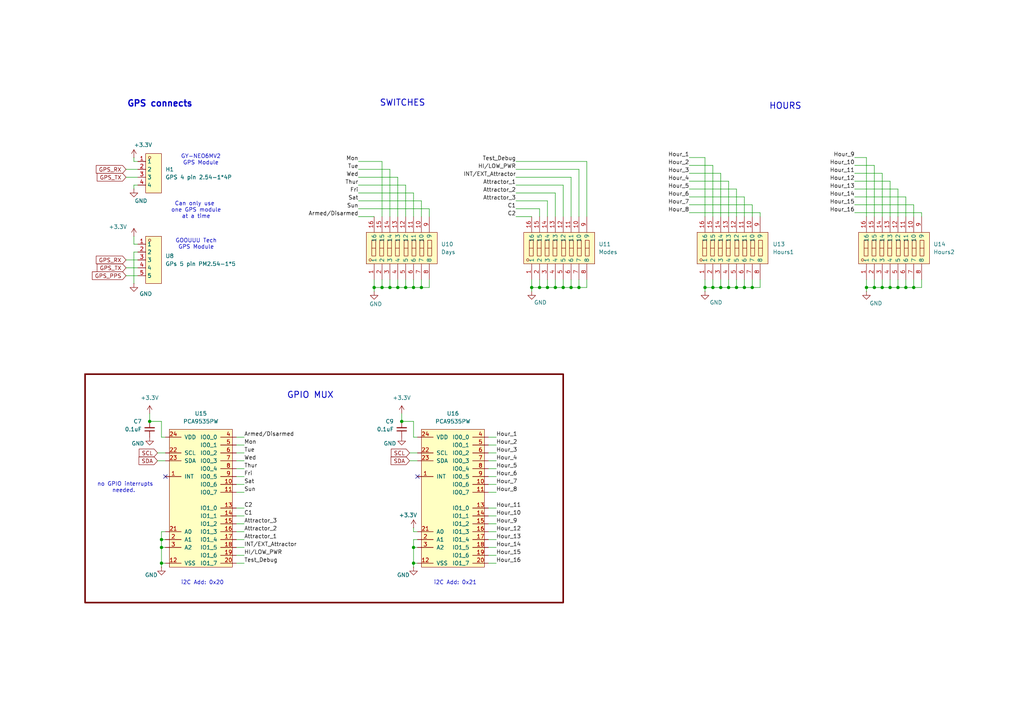
<source format=kicad_sch>
(kicad_sch (version 20250114) (generator "eeschema") (generator_version "9.0")
  (paper "User" 330.2 228.6)
  (title_block (title "MothBox") (date "2025-07-12") (rev "5.0.1") (company "Digital Naturalism Laboritories"))
  (lib_symbols
    (symbol "MothBox_Symbol_Library:+3.3V" (power) (pin_numbers (hide yes)) (pin_names (offset 0) (hide yes))
      (property "Value" "+3.3V" (at 0 3.556 0))
      (symbol "+3.3V_0_1"
        (polyline (pts (xy -0.762 1.27) (xy 0 2.54)))
        (polyline (pts (xy 0 2.54) (xy 0.762 1.27)))
        (polyline (pts (xy 0 0) (xy 0 2.54)))
      )
      (symbol "+3.3V_1_1"
        (pin power_in line (at 0 0 90) (length 0) (name "~") (number "1"))
      )
    )
    (symbol "MothBox_Symbol_Library:2.54-1*4P母"
      (property "Reference" "H" (at 0 8.89 0))
      (property "Value" "2.54-1*4P母" (at 0 -8.89 0))
      (symbol "2.54-1*4P母_0_1"
        (rectangle (start -2.54 6.35) (end 2.54 -6.35) (fill (type background)))
        (circle (center -1.27 5.08) (radius 0.38))
        (pin unspecified line (at -5.08 3.81 0) (length 2.54) (name "1") (number "1"))
        (pin unspecified line (at -5.08 1.27 0) (length 2.54) (name "2") (number "2"))
        (pin unspecified line (at -5.08 -1.27 0) (length 2.54) (name "3") (number "3"))
        (pin unspecified line (at -5.08 -3.81 0) (length 2.54) (name "4") (number "4"))
      )
    )
    (symbol "MothBox_Symbol_Library:C_Small" (pin_numbers (hide yes)) (pin_names (offset 0.254) (hide yes))
      (property "Reference" "C" (at 0.254 1.778 0))
      (property "Value" "C_Small" (at 0.254 -2.032 0))
      (symbol "C_Small_0_1"
        (polyline (pts (xy -1.524 0.508) (xy 1.524 0.508)) (stroke (width 0.3048)))
        (polyline (pts (xy -1.524 -0.508) (xy 1.524 -0.508)) (stroke (width 0.3302)))
      )
      (symbol "C_Small_1_1"
        (pin passive line (at 0 2.54 270) (length 2.032) (name "~") (number "1"))
        (pin passive line (at 0 -2.54 90) (length 2.032) (name "~") (number "2"))
      )
    )
    (symbol "MothBox_Symbol_Library:GND" (power) (pin_numbers (hide yes)) (pin_names (offset 0) (hide yes))
      (property "Value" "GND" (at 0 -3.81 0))
      (symbol "GND_0_1"
        (polyline (pts (xy 0 0) (xy 0 -1.27) (xy 1.27 -1.27) (xy 0 -2.54) (xy -1.27 -1.27) (xy 0 -1.27)))
      )
      (symbol "GND_1_1"
        (pin power_in line (at 0 0 270) (length 0) (name "~") (number "1"))
      )
    )
    (symbol "MothBox_Symbol_Library:PCA9535PW" (pin_names (offset 1.016))
      (property "Reference" "U" (at 0 -43.18 0))
      (property "Value" "PCA9535PW" (at 0 5.08 0))
      (symbol "PCA9535PW_0_1"
        (rectangle (start 10.16 2.54) (end -10.16 -41.91) (fill (type background)))
      )
      (symbol "PCA9535PW_1_1"
        (pin input line (at -11.43 0 0) (length 5.08) (name "VDD") (number "24"))
        (pin input line (at -11.43 -5.08 0) (length 5.08) (name "SCL") (number "22"))
        (pin input line (at -11.43 -7.62 0) (length 5.08) (name "SDA") (number "23"))
        (pin input line (at -11.43 -12.7 0) (length 5.08) (name "INT") (number "1"))
        (pin input line (at -11.43 -30.48 0) (length 5.08) (name "A0") (number "21"))
        (pin input line (at -11.43 -33.02 0) (length 5.08) (name "A1") (number "2"))
        (pin input line (at -11.43 -35.56 0) (length 5.08) (name "A2") (number "3"))
        (pin input line (at -11.43 -40.64 0) (length 5.08) (name "VSS") (number "12"))
        (pin input line (at 11.43 0 180) (length 5.08) (name "IO0_0") (number "4"))
        (pin input line (at 11.43 -2.54 180) (length 5.08) (name "IO0_1") (number "5"))
        (pin input line (at 11.43 -5.08 180) (length 5.08) (name "IO0_2") (number "6"))
        (pin input line (at 11.43 -7.62 180) (length 5.08) (name "IO0_3") (number "7"))
        (pin input line (at 11.43 -10.16 180) (length 5.08) (name "IO0_4") (number "8"))
        (pin input line (at 11.43 -12.7 180) (length 5.08) (name "IO0_5") (number "9"))
        (pin input line (at 11.43 -15.24 180) (length 5.08) (name "IO0_6") (number "10"))
        (pin input line (at 11.43 -17.78 180) (length 5.08) (name "IO0_7") (number "11"))
        (pin input line (at 11.43 -22.86 180) (length 5.08) (name "IO1_0") (number "13"))
        (pin input line (at 11.43 -25.4 180) (length 5.08) (name "IO1_1") (number "14"))
        (pin input line (at 11.43 -27.94 180) (length 5.08) (name "IO1_2") (number "15"))
        (pin input line (at 11.43 -30.48 180) (length 5.08) (name "IO1_3") (number "16"))
        (pin input line (at 11.43 -33.02 180) (length 5.08) (name "IO1_4") (number "17"))
        (pin input line (at 11.43 -35.56 180) (length 5.08) (name "IO1_5") (number "18"))
        (pin input line (at 11.43 -38.1 180) (length 5.08) (name "IO1_6") (number "19"))
        (pin input line (at 11.43 -40.64 180) (length 5.08) (name "IO1_7") (number "20"))
      )
    )
    (symbol "MothBox_Symbol_Library:PM2.54-1*5"
      (property "Reference" "U" (at 0 10.16 0))
      (property "Value" "PM2.54-1*5" (at 0 -10.16 0))
      (symbol "PM2.54-1*5_0_1"
        (rectangle (start -2.54 7.62) (end 2.54 -7.62) (fill (type background)))
        (circle (center -1.27 6.35) (radius 0.38))
        (pin unspecified line (at -5.08 5.08 0) (length 2.54) (name "1") (number "1"))
        (pin unspecified line (at -5.08 2.54 0) (length 2.54) (name "2") (number "2"))
        (pin unspecified line (at -5.08 0 0) (length 2.54) (name "3") (number "3"))
        (pin unspecified line (at -5.08 -2.54 0) (length 2.54) (name "4") (number "4"))
        (pin unspecified line (at -5.08 -5.08 0) (length 2.54) (name "5") (number "5"))
      )
    )
    (symbol "MothBox_Symbol_Library:SMXS-08K-TP"
      (property "Reference" "SW" (at 0 15.24 0))
      (property "Value" "SMXS-08K-TP" (at 0 -15.24 0))
      (symbol "SMXS-08K-TP_0_1"
        (rectangle (start -12.7 5.08) (end 10.16 -5.08) (fill (type background)))
        (circle (center -11.43 -3.81) (radius 0.38))
        (rectangle (start -10.92 2.54) (end -9.65 -2.54) (fill (type background)))
        (polyline (pts (xy -10.92 0) (xy -9.65 0)))
        (rectangle (start -8.38 2.54) (end -7.11 -2.54) (fill (type background)))
        (polyline (pts (xy -8.38 0) (xy -7.11 0)))
        (rectangle (start -5.84 2.54) (end -4.57 -2.54) (fill (type background)))
        (polyline (pts (xy -5.84 0) (xy -4.57 0)))
        (rectangle (start -3.3 2.54) (end -2.03 -2.54) (fill (type background)))
        (polyline (pts (xy -3.3 0) (xy -2.03 0)))
        (rectangle (start -0.51 2.54) (end 0.76 -2.54) (fill (type background)))
        (polyline (pts (xy -0.51 0) (xy 0.76 0)))
        (rectangle (start 2.03 2.54) (end 3.3 -2.54) (fill (type background)))
        (polyline (pts (xy 2.03 0) (xy 3.3 0)))
        (rectangle (start 4.57 2.54) (end 5.84 -2.54) (fill (type background)))
        (polyline (pts (xy 4.57 0) (xy 5.84 0)))
        (rectangle (start 7.11 2.54) (end 8.38 -2.54) (fill (type background)))
        (polyline (pts (xy 7.11 0) (xy 8.38 0)))
        (pin unspecified line (at -10.16 10.16 270) (length 5.08) (name "16") (number "16"))
        (pin unspecified line (at -10.16 -10.16 90) (length 5.08) (name "1") (number "1"))
        (pin unspecified line (at -7.62 10.16 270) (length 5.08) (name "15") (number "15"))
        (pin unspecified line (at -7.62 -10.16 90) (length 5.08) (name "2") (number "2"))
        (pin unspecified line (at -5.08 10.16 270) (length 5.08) (name "14") (number "14"))
        (pin unspecified line (at -5.08 -10.16 90) (length 5.08) (name "3") (number "3"))
        (pin unspecified line (at -2.54 10.16 270) (length 5.08) (name "13") (number "13"))
        (pin unspecified line (at -2.54 -10.16 90) (length 5.08) (name "4") (number "4"))
        (pin unspecified line (at 0 10.16 270) (length 5.08) (name "12") (number "12"))
        (pin unspecified line (at 0 -10.16 90) (length 5.08) (name "5") (number "5"))
        (pin unspecified line (at 2.54 10.16 270) (length 5.08) (name "11") (number "11"))
        (pin unspecified line (at 2.54 -10.16 90) (length 5.08) (name "6") (number "6"))
        (pin unspecified line (at 5.08 10.16 270) (length 5.08) (name "10") (number "10"))
        (pin unspecified line (at 5.08 -10.16 90) (length 5.08) (name "7") (number "7"))
        (pin unspecified line (at 7.62 10.16 270) (length 5.08) (name "9") (number "9"))
        (pin unspecified line (at 7.62 -10.16 90) (length 5.08) (name "8") (number "8"))
      )
    )
  )
  (rectangle (start 27.432 120.65) (end 181.61 194.31) (stroke (width 0.508) (color 110 0 0 1)))
  (text "Can only use \none GPS module\nat a time" (at 63.246 67.818 0) (effects (font (size 1.27 1.27))))
  (text "no GPIO interrupts\nneeded. " (at 40.386 157.226 0) (effects (font (size 1.27 1.27))))
  (text "GY-NEO6MV2\nGPS Module" (at 64.77 51.562 0) (effects (font (size 1.27 1.27))))
  (text "GPS connects" (at 51.562 33.528 0) (effects (font (size 2 2) (thickness 0.4) (bold yes))))
  (text "HOURS" (at 253.238 34.29 0) (effects (font (size 2 2) (thickness 0.254) (bold yes))))
  (text "GOOUUU Tech\nGPS Module" (at 63.246 78.74 0) (effects (font (size 1.27 1.27))))
  (text "i2C Add: 0x20" (at 65.278 187.96 0) (effects (font (size 1.27 1.27))))
  (text "i2C Add: 0x21" (at 146.812 187.96 0) (effects (font (size 1.27 1.27))))
  (text "GPIO MUX\n" (at 100.076 127.508 0) (effects (font (size 2 2) (thickness 0.254) (bold yes))))
  (text "SWITCHES" (at 129.794 33.274 0) (effects (font (size 2 2) (thickness 0.254) (bold yes))))
  (junction (at 292.1 92.71))
  (junction (at 229.87 92.71))
  (junction (at 287.02 92.71))
  (junction (at 227.33 92.71))
  (junction (at 133.35 176.53))
  (junction (at 281.94 92.71))
  (junction (at 284.48 92.71))
  (junction (at 279.4 92.71))
  (junction (at 135.89 92.71))
  (junction (at 232.41 92.71))
  (junction (at 125.73 92.71))
  (junction (at 234.95 92.71))
  (junction (at 289.56 92.71))
  (junction (at 181.61 92.71))
  (junction (at 52.07 181.61))
  (junction (at 52.07 173.99))
  (junction (at 52.07 176.53))
  (junction (at 179.07 92.71))
  (junction (at 129.54 135.89))
  (junction (at 294.64 92.71))
  (junction (at 130.81 92.71))
  (junction (at 237.49 92.71))
  (junction (at 123.19 92.71))
  (junction (at 186.69 92.71))
  (junction (at 133.35 92.71))
  (junction (at 184.15 92.71))
  (junction (at 176.53 92.71))
  (junction (at 48.26 135.89))
  (junction (at 240.03 92.71))
  (junction (at 173.99 92.71))
  (junction (at 120.65 92.71))
  (junction (at 171.45 92.71))
  (junction (at 133.35 181.61))
  (junction (at 128.27 92.71))
  (junction (at 242.57 92.71))
  (no_connect (at 134.62 153.67))
  (no_connect (at 53.34 153.67))
  (wire (pts (xy 135.89 92.71) (xy 138.43 92.71)))
  (wire (pts (xy 160.02 166.37) (xy 157.48 166.37)))
  (wire (pts (xy 52.07 171.45) (xy 52.07 173.99)))
  (wire (pts (xy 128.27 90.17) (xy 128.27 92.71)))
  (wire (pts (xy 52.07 173.99) (xy 52.07 176.53)))
  (wire (pts (xy 275.59 63.5) (xy 292.1 63.5)))
  (wire (pts (xy 292.1 90.17) (xy 292.1 92.71)))
  (wire (pts (xy 166.37 67.31) (xy 173.99 67.31)))
  (wire (pts (xy 78.74 143.51) (xy 76.2 143.51)))
  (wire (pts (xy 186.69 90.17) (xy 186.69 92.71)))
  (wire (pts (xy 181.61 59.69) (xy 181.61 69.85)))
  (wire (pts (xy 133.35 173.99) (xy 133.35 176.53)))
  (wire (pts (xy 50.8 146.05) (xy 53.34 146.05)))
  (wire (pts (xy 284.48 90.17) (xy 284.48 92.71)))
  (wire (pts (xy 78.74 151.13) (xy 76.2 151.13)))
  (wire (pts (xy 53.34 171.45) (xy 52.07 171.45)))
  (wire (pts (xy 234.95 92.71) (xy 237.49 92.71)))
  (wire (pts (xy 52.07 181.61) (xy 52.07 182.88)))
  (wire (pts (xy 166.37 59.69) (xy 181.61 59.69)))
  (wire (pts (xy 189.23 90.17) (xy 189.23 92.71)))
  (wire (pts (xy 222.25 66.04) (xy 242.57 66.04)))
  (wire (pts (xy 115.57 67.31) (xy 138.43 67.31)))
  (wire (pts (xy 237.49 92.71) (xy 240.03 92.71)))
  (wire (pts (xy 229.87 53.34) (xy 229.87 69.85)))
  (wire (pts (xy 129.54 135.89) (xy 133.35 135.89)))
  (wire (pts (xy 160.02 176.53) (xy 157.48 176.53)))
  (wire (pts (xy 284.48 55.88) (xy 284.48 69.85)))
  (wire (pts (xy 115.57 54.61) (xy 125.73 54.61)))
  (wire (pts (xy 166.37 69.85) (xy 171.45 69.85)))
  (wire (pts (xy 186.69 54.61) (xy 186.69 69.85)))
  (wire (pts (xy 78.74 158.75) (xy 76.2 158.75)))
  (wire (pts (xy 120.65 92.71) (xy 120.65 93.98)))
  (wire (pts (xy 132.08 148.59) (xy 134.62 148.59)))
  (wire (pts (xy 160.02 168.91) (xy 157.48 168.91)))
  (wire (pts (xy 52.07 135.89) (xy 52.07 140.97)))
  (wire (pts (xy 184.15 57.15) (xy 184.15 69.85)))
  (wire (pts (xy 227.33 92.71) (xy 229.87 92.71)))
  (wire (pts (xy 294.64 90.17) (xy 294.64 92.71)))
  (wire (pts (xy 186.69 92.71) (xy 189.23 92.71)))
  (wire (pts (xy 289.56 60.96) (xy 289.56 69.85)))
  (wire (pts (xy 232.41 55.88) (xy 232.41 69.85)))
  (wire (pts (xy 184.15 92.71) (xy 186.69 92.71)))
  (wire (pts (xy 48.26 133.35) (xy 48.26 135.89)))
  (wire (pts (xy 130.81 92.71) (xy 133.35 92.71)))
  (wire (pts (xy 227.33 90.17) (xy 227.33 92.71)))
  (wire (pts (xy 227.33 50.8) (xy 227.33 69.85)))
  (wire (pts (xy 40.64 57.15) (xy 44.45 57.15)))
  (wire (pts (xy 134.62 140.97) (xy 133.35 140.97)))
  (wire (pts (xy 133.35 173.99) (xy 134.62 173.99)))
  (wire (pts (xy 171.45 92.71) (xy 173.99 92.71)))
  (wire (pts (xy 135.89 90.17) (xy 135.89 92.71)))
  (wire (pts (xy 138.43 69.85) (xy 138.43 67.31)))
  (wire (pts (xy 52.07 176.53) (xy 53.34 176.53)))
  (wire (pts (xy 237.49 60.96) (xy 237.49 69.85)))
  (wire (pts (xy 133.35 176.53) (xy 133.35 181.61)))
  (wire (pts (xy 52.07 176.53) (xy 52.07 181.61)))
  (wire (pts (xy 275.59 58.42) (xy 287.02 58.42)))
  (wire (pts (xy 40.64 54.61) (xy 44.45 54.61)))
  (wire (pts (xy 134.62 181.61) (xy 133.35 181.61)))
  (wire (pts (xy 133.35 135.89) (xy 133.35 140.97)))
  (wire (pts (xy 287.02 58.42) (xy 287.02 69.85)))
  (wire (pts (xy 160.02 173.99) (xy 157.48 173.99)))
  (wire (pts (xy 130.81 59.69) (xy 130.81 69.85)))
  (wire (pts (xy 43.18 81.28) (xy 43.18 91.44)))
  (wire (pts (xy 275.59 68.58) (xy 297.18 68.58)))
  (wire (pts (xy 160.02 179.07) (xy 157.48 179.07)))
  (wire (pts (xy 115.57 57.15) (xy 128.27 57.15)))
  (wire (pts (xy 292.1 92.71) (xy 294.64 92.71)))
  (wire (pts (xy 43.18 59.69) (xy 44.45 59.69)))
  (wire (pts (xy 160.02 151.13) (xy 157.48 151.13)))
  (wire (pts (xy 160.02 163.83) (xy 157.48 163.83)))
  (wire (pts (xy 181.61 92.71) (xy 184.15 92.71)))
  (wire (pts (xy 237.49 90.17) (xy 237.49 92.71)))
  (wire (pts (xy 78.74 179.07) (xy 76.2 179.07)))
  (wire (pts (xy 135.89 64.77) (xy 135.89 69.85)))
  (wire (pts (xy 173.99 92.71) (xy 176.53 92.71)))
  (wire (pts (xy 287.02 90.17) (xy 287.02 92.71)))
  (wire (pts (xy 297.18 68.58) (xy 297.18 69.85)))
  (wire (pts (xy 128.27 57.15) (xy 128.27 69.85)))
  (wire (pts (xy 160.02 146.05) (xy 157.48 146.05)))
  (wire (pts (xy 176.53 90.17) (xy 176.53 92.71)))
  (wire (pts (xy 78.74 181.61) (xy 76.2 181.61)))
  (wire (pts (xy 222.25 50.8) (xy 227.33 50.8)))
  (wire (pts (xy 281.94 53.34) (xy 281.94 69.85)))
  (wire (pts (xy 275.59 66.04) (xy 294.64 66.04)))
  (wire (pts (xy 78.74 168.91) (xy 76.2 168.91)))
  (wire (pts (xy 43.18 52.07) (xy 44.45 52.07)))
  (wire (pts (xy 115.57 69.85) (xy 120.65 69.85)))
  (wire (pts (xy 43.18 50.8) (xy 43.18 52.07)))
  (wire (pts (xy 166.37 52.07) (xy 189.23 52.07)))
  (wire (pts (xy 160.02 143.51) (xy 157.48 143.51)))
  (wire (pts (xy 43.18 81.28) (xy 44.45 81.28)))
  (wire (pts (xy 166.37 54.61) (xy 186.69 54.61)))
  (wire (pts (xy 123.19 90.17) (xy 123.19 92.71)))
  (wire (pts (xy 120.65 90.17) (xy 120.65 92.71)))
  (wire (pts (xy 78.74 148.59) (xy 76.2 148.59)))
  (wire (pts (xy 125.73 92.71) (xy 128.27 92.71)))
  (wire (pts (xy 40.64 88.9) (xy 44.45 88.9)))
  (wire (pts (xy 245.11 90.17) (xy 245.11 92.71)))
  (wire (pts (xy 166.37 64.77) (xy 176.53 64.77)))
  (wire (pts (xy 123.19 92.71) (xy 125.73 92.71)))
  (wire (pts (xy 52.07 173.99) (xy 53.34 173.99)))
  (wire (pts (xy 242.57 66.04) (xy 242.57 69.85)))
  (wire (pts (xy 78.74 176.53) (xy 76.2 176.53)))
  (wire (pts (xy 78.74 166.37) (xy 76.2 166.37)))
  (wire (pts (xy 181.61 90.17) (xy 181.61 92.71)))
  (wire (pts (xy 222.25 53.34) (xy 229.87 53.34)))
  (wire (pts (xy 229.87 92.71) (xy 232.41 92.71)))
  (wire (pts (xy 133.35 181.61) (xy 133.35 182.88)))
  (wire (pts (xy 179.07 90.17) (xy 179.07 92.71)))
  (wire (pts (xy 227.33 92.71) (xy 227.33 93.98)))
  (wire (pts (xy 176.53 92.71) (xy 179.07 92.71)))
  (wire (pts (xy 279.4 50.8) (xy 279.4 69.85)))
  (wire (pts (xy 40.64 86.36) (xy 44.45 86.36)))
  (wire (pts (xy 232.41 92.71) (xy 234.95 92.71)))
  (wire (pts (xy 281.94 90.17) (xy 281.94 92.71)))
  (wire (pts (xy 284.48 92.71) (xy 287.02 92.71)))
  (wire (pts (xy 133.35 176.53) (xy 134.62 176.53)))
  (wire (pts (xy 275.59 60.96) (xy 289.56 60.96)))
  (wire (pts (xy 240.03 92.71) (xy 242.57 92.71)))
  (wire (pts (xy 160.02 156.21) (xy 157.48 156.21)))
  (wire (pts (xy 289.56 90.17) (xy 289.56 92.71)))
  (wire (pts (xy 78.74 173.99) (xy 76.2 173.99)))
  (wire (pts (xy 179.07 62.23) (xy 179.07 69.85)))
  (wire (pts (xy 279.4 92.71) (xy 281.94 92.71)))
  (wire (pts (xy 234.95 90.17) (xy 234.95 92.71)))
  (wire (pts (xy 78.74 146.05) (xy 76.2 146.05)))
  (wire (pts (xy 294.64 92.71) (xy 297.18 92.71)))
  (wire (pts (xy 53.34 181.61) (xy 52.07 181.61)))
  (wire (pts (xy 222.25 60.96) (xy 237.49 60.96)))
  (wire (pts (xy 281.94 92.71) (xy 284.48 92.71)))
  (wire (pts (xy 160.02 148.59) (xy 157.48 148.59)))
  (wire (pts (xy 115.57 64.77) (xy 135.89 64.77)))
  (wire (pts (xy 133.35 90.17) (xy 133.35 92.71)))
  (wire (pts (xy 222.25 55.88) (xy 232.41 55.88)))
  (wire (pts (xy 294.64 66.04) (xy 294.64 69.85)))
  (wire (pts (xy 132.08 146.05) (xy 134.62 146.05)))
  (wire (pts (xy 43.18 76.2) (xy 43.18 78.74)))
  (wire (pts (xy 115.57 59.69) (xy 130.81 59.69)))
  (wire (pts (xy 43.18 78.74) (xy 44.45 78.74)))
  (wire (pts (xy 229.87 90.17) (xy 229.87 92.71)))
  (wire (pts (xy 297.18 90.17) (xy 297.18 92.71)))
  (wire (pts (xy 242.57 90.17) (xy 242.57 92.71)))
  (wire (pts (xy 115.57 52.07) (xy 123.19 52.07)))
  (wire (pts (xy 160.02 153.67) (xy 157.48 153.67)))
  (wire (pts (xy 133.35 92.71) (xy 135.89 92.71)))
  (wire (pts (xy 160.02 171.45) (xy 157.48 171.45)))
  (wire (pts (xy 160.02 140.97) (xy 157.48 140.97)))
  (wire (pts (xy 78.74 163.83) (xy 76.2 163.83)))
  (wire (pts (xy 160.02 181.61) (xy 157.48 181.61)))
  (wire (pts (xy 176.53 64.77) (xy 176.53 69.85)))
  (wire (pts (xy 128.27 92.71) (xy 130.81 92.71)))
  (wire (pts (xy 179.07 92.71) (xy 181.61 92.71)))
  (wire (pts (xy 222.25 58.42) (xy 234.95 58.42)))
  (wire (pts (xy 133.35 171.45) (xy 134.62 171.45)))
  (wire (pts (xy 242.57 92.71) (xy 245.11 92.71)))
  (wire (pts (xy 289.56 92.71) (xy 292.1 92.71)))
  (wire (pts (xy 287.02 92.71) (xy 289.56 92.71)))
  (wire (pts (xy 171.45 90.17) (xy 171.45 92.71)))
  (wire (pts (xy 184.15 90.17) (xy 184.15 92.71)))
  (wire (pts (xy 129.54 133.35) (xy 129.54 135.89)))
  (wire (pts (xy 78.74 153.67) (xy 76.2 153.67)))
  (wire (pts (xy 189.23 52.07) (xy 189.23 69.85)))
  (wire (pts (xy 78.74 171.45) (xy 76.2 171.45)))
  (wire (pts (xy 234.95 58.42) (xy 234.95 69.85)))
  (wire (pts (xy 275.59 55.88) (xy 284.48 55.88)))
  (wire (pts (xy 232.41 90.17) (xy 232.41 92.71)))
  (wire (pts (xy 240.03 63.5) (xy 240.03 69.85)))
  (wire (pts (xy 40.64 83.82) (xy 44.45 83.82)))
  (wire (pts (xy 138.43 90.17) (xy 138.43 92.71)))
  (wire (pts (xy 166.37 62.23) (xy 179.07 62.23)))
  (wire (pts (xy 125.73 90.17) (xy 125.73 92.71)))
  (wire (pts (xy 222.25 63.5) (xy 240.03 63.5)))
  (wire (pts (xy 78.74 140.97) (xy 76.2 140.97)))
  (wire (pts (xy 115.57 62.23) (xy 133.35 62.23)))
  (wire (pts (xy 125.73 54.61) (xy 125.73 69.85)))
  (wire (pts (xy 123.19 52.07) (xy 123.19 69.85)))
  (wire (pts (xy 275.59 50.8) (xy 279.4 50.8)))
  (wire (pts (xy 173.99 67.31) (xy 173.99 69.85)))
  (wire (pts (xy 275.59 53.34) (xy 281.94 53.34)))
  (wire (pts (xy 50.8 148.59) (xy 53.34 148.59)))
  (wire (pts (xy 48.26 135.89) (xy 52.07 135.89)))
  (wire (pts (xy 133.35 62.23) (xy 133.35 69.85)))
  (wire (pts (xy 171.45 92.71) (xy 171.45 93.98)))
  (wire (pts (xy 120.65 92.71) (xy 123.19 92.71)))
  (wire (pts (xy 53.34 140.97) (xy 52.07 140.97)))
  (wire (pts (xy 160.02 158.75) (xy 157.48 158.75)))
  (wire (pts (xy 279.4 92.71) (xy 279.4 93.98)))
  (wire (pts (xy 130.81 90.17) (xy 130.81 92.71)))
  (wire (pts (xy 292.1 63.5) (xy 292.1 69.85)))
  (wire (pts (xy 133.35 170.18) (xy 133.35 171.45)))
  (wire (pts (xy 279.4 90.17) (xy 279.4 92.71)))
  (wire (pts (xy 43.18 60.96) (xy 43.18 59.69)))
  (wire (pts (xy 166.37 57.15) (xy 184.15 57.15)))
  (wire (pts (xy 78.74 156.21) (xy 76.2 156.21)))
  (wire (pts (xy 245.11 68.58) (xy 245.11 69.85)))
  (wire (pts (xy 240.03 90.17) (xy 240.03 92.71)))
  (wire (pts (xy 173.99 90.17) (xy 173.99 92.71)))
  (wire (pts (xy 222.25 68.58) (xy 245.11 68.58)))
  (label "Tue" (at 115.57 54.61 180))
  (label "Attractor_3" (at 78.74 168.91 0))
  (label "Fri" (at 78.74 153.67 0))
  (label "Wed" (at 78.74 148.59 0))
  (label "Test_Debug" (at 78.74 181.61 0))
  (label "Mon" (at 115.57 52.07 180))
  (label "Thur" (at 78.74 151.13 0))
  (label "Hour_4" (at 222.25 58.42 180))
  (label "Hour_9" (at 275.59 50.8 180))
  (label "Thur" (at 115.57 59.69 180))
  (label "Hour_12" (at 160.02 171.45 0))
  (label "Hour_2" (at 160.02 143.51 0))
  (label "Hour_11" (at 160.02 163.83 0))
  (label "Armed{slash}Disarmed" (at 78.74 140.97 0))
  (label "Hour_5" (at 160.02 151.13 0))
  (label "Hour_8" (at 160.02 158.75 0))
  (label "Hour_14" (at 160.02 176.53 0))
  (label "Hour_15" (at 160.02 179.07 0))
  (label "Wed" (at 115.57 57.15 180))
  (label "Hour_2" (at 222.25 53.34 180))
  (label "Tue" (at 78.74 146.05 0))
  (label "Sat" (at 78.74 156.21 0))
  (label "HI{slash}LOW_PWR" (at 78.74 179.07 0))
  (label "Mon" (at 78.74 143.51 0))
  (label "Hour_16" (at 275.59 68.58 180))
  (label "C2" (at 78.74 163.83 0))
  (label "C1" (at 78.74 166.37 0))
  (label "Hour_16" (at 160.02 181.61 0))
  (label "Hour_7" (at 160.02 156.21 0))
  (label "INT{slash}EXT_Attractor" (at 166.37 57.15 180))
  (label "C1" (at 166.37 67.31 180))
  (label "C2" (at 166.37 69.85 180))
  (label "Hour_6" (at 222.25 63.5 180))
  (label "Hour_8" (at 222.25 68.58 180))
  (label "Hour_12" (at 275.59 58.42 180))
  (label "Sun" (at 115.57 67.31 180))
  (label "HI{slash}LOW_PWR" (at 166.37 54.61 180))
  (label "Hour_7" (at 222.25 66.04 180))
  (label "Armed{slash}Disarmed" (at 115.57 69.85 180))
  (label "Hour_15" (at 275.59 66.04 180))
  (label "Hour_13" (at 275.59 60.96 180))
  (label "Attractor_2" (at 78.74 171.45 0))
  (label "Hour_10" (at 160.02 166.37 0))
  (label "Sat" (at 115.57 64.77 180))
  (label "Hour_10" (at 275.59 53.34 180))
  (label "Attractor_1" (at 166.37 59.69 180))
  (label "Sun" (at 78.74 158.75 0))
  (label "Hour_13" (at 160.02 173.99 0))
  (label "Hour_1" (at 160.02 140.97 0))
  (label "Attractor_2" (at 166.37 62.23 180))
  (label "Hour_5" (at 222.25 60.96 180))
  (label "Hour_9" (at 160.02 168.91 0))
  (label "Test_Debug" (at 166.37 52.07 180))
  (label "Hour_3" (at 160.02 146.05 0))
  (label "Attractor_1" (at 78.74 173.99 0))
  (label "Hour_11" (at 275.59 55.88 180))
  (label "Attractor_3" (at 166.37 64.77 180))
  (label "INT{slash}EXT_Attractor" (at 78.74 176.53 0))
  (label "Hour_14" (at 275.59 63.5 180))
  (label "Fri" (at 115.57 62.23 180))
  (label "Hour_6" (at 160.02 153.67 0))
  (label "Hour_4" (at 160.02 148.59 0))
  (label "Hour_1" (at 222.25 50.8 180))
  (label "Hour_3" (at 222.25 55.88 180))
  (global_label "GPS_TX" (shape input) (at 40.64 86.36 180) (property "Intersheetrefs" "${INTERSHEET_REFS}" (effects (hide yes))))
  (global_label "GPS_RX" (shape input) (at 40.64 54.61 180) (property "Intersheetrefs" "${INTERSHEET_REFS}" (effects (hide yes))))
  (global_label "SDA" (shape input) (at 50.8 148.59 180) (property "Intersheetrefs" "${INTERSHEET_REFS}" (effects (hide yes))))
  (global_label "SCL" (shape input) (at 50.8 146.05 180) (property "Intersheetrefs" "${INTERSHEET_REFS}" (effects (hide yes))))
  (global_label "GPS_RX" (shape input) (at 40.64 83.82 180) (property "Intersheetrefs" "${INTERSHEET_REFS}" (effects (hide yes))))
  (global_label "GPS_PPS" (shape input) (at 40.64 88.9 180) (property "Intersheetrefs" "${INTERSHEET_REFS}" (effects (hide yes))))
  (global_label "GPS_TX" (shape input) (at 40.64 57.15 180) (property "Intersheetrefs" "${INTERSHEET_REFS}" (effects (hide yes))))
  (global_label "SDA" (shape input) (at 132.08 148.59 180) (property "Intersheetrefs" "${INTERSHEET_REFS}" (effects (hide yes))))
  (global_label "SCL" (shape input) (at 132.08 146.05 180) (property "Intersheetrefs" "${INTERSHEET_REFS}" (effects (hide yes))))
  (symbol (lib_id "MothBox_Symbol_Library:+3.3V") (at 43.18 76.2 0) (unit 1)
    (property "Reference" "#PWR022" (effects (hide yes)))
    (property "Value" "+3.3V" (at 35.052 73.152 0) (effects (justify left)))
    (property "Description" "Power symbol creates a global label with name \"+3.3V\"" (effects (hide yes)))
  )
  (symbol (lib_id "MothBox_Symbol_Library:2.54-1*4P母") (at 49.53 55.88 0) (unit 1)
    (property "Reference" "H1" (at 53.34 54.6099 0) (effects (justify left)))
    (property "Value" "GPS 4 pin 2.54-1*4P" (at 53.34 57.1499 0) (effects (justify left)))
    (property "Footprint" "Connector_PinSocket_2.54mm:PinSocket_1x04_P2.54mm_Vertical" (effects (hide yes)))
    (property "LCSC_Part" "C2718488" (effects (hide yes)))
  )
  (symbol (lib_id "MothBox_Symbol_Library:GND") (at 227.33 93.98 0) (unit 1)
    (property "Reference" "#PWR029" (effects (hide yes)))
    (property "Value" "GND" (at 230.886 97.536 0))
    (property "Description" "Power symbol creates a global label with name \"GND\" , ground" (effects (hide yes)))
  )
  (symbol (lib_id "MothBox_Symbol_Library:+3.3V") (at 129.54 133.35 0) (mirror y) (unit 1)
    (property "Reference" "#PWR050" (effects (hide yes)))
    (property "Value" "+3.3V" (at 129.54 128.27 0))
    (property "Description" "Power symbol creates a global label with name \"+3.3V\"" (effects (hide yes)))
  )
  (symbol (lib_id "MothBox_Symbol_Library:GND") (at 171.45 93.98 0) (unit 1)
    (property "Reference" "#PWR028" (effects (hide yes)))
    (property "Value" "GND" (at 174.244 97.536 0))
    (property "Description" "Power symbol creates a global label with name \"GND\" , ground" (effects (hide yes)))
  )
  (symbol (lib_id "MothBox_Symbol_Library:+3.3V") (at 43.18 50.8 0) (unit 1)
    (property "Reference" "#PWR020" (effects (hide yes)))
    (property "Value" "+3.3V" (at 43.18 46.736 0) (effects (justify left)))
    (property "Description" "Power symbol creates a global label with name \"+3.3V\"" (effects (hide yes)))
  )
  (symbol (lib_id "MothBox_Symbol_Library:GND") (at 133.35 182.88 0) (mirror y) (unit 1)
    (property "Reference" "#PWR052" (effects (hide yes)))
    (property "Value" "GND" (at 130.048 185.42 0))
    (property "Description" "Power symbol creates a global label with name \"GND\" , ground" (effects (hide yes)))
  )
  (symbol (lib_id "MothBox_Symbol_Library:GND") (at 43.18 91.44 0) (unit 1)
    (property "Reference" "#PWR023" (effects (hide yes)))
    (property "Value" "GND" (at 44.958 94.742 0) (effects (justify left)))
    (property "Description" "Power symbol creates a global label with name \"GND\" , ground" (effects (hide yes)))
  )
  (symbol (lib_id "MothBox_Symbol_Library:C_Small") (at 48.26 138.43 0) (mirror x) (unit 1)
    (property "Reference" "C7" (at 45.72 135.8835 0) (effects (justify right)))
    (property "Value" "0.1uF" (at 45.72 138.4235 0) (effects (justify right)))
    (property "Footprint" "MothBox_footprints_Library:C_0603_1608Metric" (effects (hide yes)))
    (property "Description" "Unpolarized capacitor, small symbol" (effects (hide yes)))
    (property "Digikey_Part_No" "311-1140-2-ND" (effects (hide yes)))
    (property "LCSC_Part_No" "C3011704" (effects (hide yes)))
  )
  (symbol (lib_id "MothBox_Symbol_Library:GND") (at 48.26 140.97 0) (mirror y) (unit 1)
    (property "Reference" "#PWR027" (effects (hide yes)))
    (property "Value" "GND" (at 44.45 143.002 0))
    (property "Description" "Power symbol creates a global label with name \"GND\" , ground" (effects (hide yes)))
  )
  (symbol (lib_id "MothBox_Symbol_Library:SMXS-08K-TP") (at 289.56 80.01 0) (unit 1)
    (property "Reference" "U14" (at 300.99 78.7399 0) (effects (justify left)))
    (property "Value" "Hours2" (at 300.99 81.2799 0) (effects (justify left)))
    (property "Footprint" "MothBox_footprints_Library:SW-SMD_SMXS-08K-TP" (effects (hide yes)))
    (property "LCSC_Part" "C5439767" (effects (hide yes)))
  )
  (symbol (lib_id "MothBox_Symbol_Library:PM2.54-1*5") (at 49.53 83.82 0) (unit 1)
    (property "Reference" "U8" (at 53.34 82.5499 0) (effects (justify left)))
    (property "Value" "GPs 5 pin PM2.54-1*5" (at 53.34 85.0899 0) (effects (justify left)))
    (property "Footprint" "Connector_PinSocket_2.54mm:PinSocket_1x05_P2.54mm_Vertical" (effects (hide yes)))
    (property "LCSC_Part" "C5116488" (effects (hide yes)))
  )
  (symbol (lib_id "MothBox_Symbol_Library:PCA9535PW") (at 146.05 140.97 0) (unit 1)
    (property "Reference" "U16" (at 146.05 133.35 0))
    (property "Value" "PCA9535PW" (at 146.05 135.89 0))
    (property "Footprint" "MothBox_footprints_Library:TSSOP-24_4.4x7.8mm_P0.65mm" (effects (hide yes)))
    (property "LCSC" "C42420616" (effects (hide yes)))
  )
  (symbol (lib_id "MothBox_Symbol_Library:SMXS-08K-TP") (at 181.61 80.01 0) (unit 1)
    (property "Reference" "U11" (at 193.04 78.7399 0) (effects (justify left)))
    (property "Value" "Modes" (at 193.04 81.2799 0) (effects (justify left)))
    (property "Footprint" "MothBox_footprints_Library:SW-SMD_SMXS-08K-TP" (effects (hide yes)))
    (property "LCSC_Part" "C5439767" (effects (hide yes)))
  )
  (symbol (lib_id "MothBox_Symbol_Library:+3.3V") (at 133.35 170.18 0) (mirror y) (unit 1)
    (property "Reference" "#PWR054" (effects (hide yes)))
    (property "Value" "+3.3V" (at 131.572 166.116 0))
    (property "Description" "Power symbol creates a global label with name \"+3.3V\"" (effects (hide yes)))
  )
  (symbol (lib_id "MothBox_Symbol_Library:+3.3V") (at 48.26 133.35 0) (mirror y) (unit 1)
    (property "Reference" "#PWR026" (effects (hide yes)))
    (property "Value" "+3.3V" (at 48.26 128.27 0))
    (property "Description" "Power symbol creates a global label with name \"+3.3V\"" (effects (hide yes)))
  )
  (symbol (lib_id "MothBox_Symbol_Library:SMXS-08K-TP") (at 237.49 80.01 0) (unit 1)
    (property "Reference" "U13" (at 249.174 78.74 0) (effects (justify left)))
    (property "Value" "Hours1" (at 249.174 81.28 0) (effects (justify left)))
    (property "Footprint" "MothBox_footprints_Library:SW-SMD_SMXS-08K-TP" (effects (hide yes)))
    (property "LCSC_Part" "C5439767" (effects (hide yes)))
  )
  (symbol (lib_id "MothBox_Symbol_Library:SMXS-08K-TP") (at 130.81 80.01 0) (unit 1)
    (property "Reference" "U10" (at 142.24 78.7399 0) (effects (justify left)))
    (property "Value" "Days" (at 142.24 81.2799 0) (effects (justify left)))
    (property "Footprint" "MothBox_footprints_Library:SW-SMD_SMXS-08K-TP" (effects (hide yes)))
    (property "LCSC_Part" "C5439767" (effects (hide yes)))
  )
  (symbol (lib_id "MothBox_Symbol_Library:GND") (at 279.4 93.98 0) (unit 1)
    (property "Reference" "#PWR033" (effects (hide yes)))
    (property "Value" "GND" (at 282.448 97.79 0))
    (property "Description" "Power symbol creates a global label with name \"GND\" , ground" (effects (hide yes)))
  )
  (symbol (lib_id "MothBox_Symbol_Library:GND") (at 52.07 182.88 0) (mirror y) (unit 1)
    (property "Reference" "#PWR048" (effects (hide yes)))
    (property "Value" "GND" (at 48.768 185.42 0))
    (property "Description" "Power symbol creates a global label with name \"GND\" , ground" (effects (hide yes)))
  )
  (symbol (lib_id "MothBox_Symbol_Library:C_Small") (at 129.54 138.43 0) (mirror x) (unit 1)
    (property "Reference" "C9" (at 127 135.8835 0) (effects (justify right)))
    (property "Value" "0.1uF" (at 127 138.4235 0) (effects (justify right)))
    (property "Footprint" "MothBox_footprints_Library:C_0603_1608Metric" (effects (hide yes)))
    (property "Description" "Unpolarized capacitor, small symbol" (effects (hide yes)))
    (property "Digikey_Part_No" "311-1140-2-ND" (effects (hide yes)))
    (property "LCSC_Part_No" "C3011704" (effects (hide yes)))
  )
  (symbol (lib_id "MothBox_Symbol_Library:GND") (at 43.18 60.96 0) (unit 1)
    (property "Reference" "#PWR021" (effects (hide yes)))
    (property "Value" "GND" (at 45.466 64.77 0))
    (property "Description" "Power symbol creates a global label with name \"GND\" , ground" (effects (hide yes)))
  )
  (symbol (lib_id "MothBox_Symbol_Library:GND") (at 120.65 93.98 0) (unit 1)
    (property "Reference" "#PWR024" (effects (hide yes)))
    (property "Value" "GND" (at 121.158 98.044 0))
    (property "Description" "Power symbol creates a global label with name \"GND\" , ground" (effects (hide yes)))
  )
  (symbol (lib_id "MothBox_Symbol_Library:GND") (at 129.54 140.97 0) (mirror y) (unit 1)
    (property "Reference" "#PWR051" (effects (hide yes)))
    (property "Value" "GND" (at 125.73 143.002 0))
    (property "Description" "Power symbol creates a global label with name \"GND\" , ground" (effects (hide yes)))
  )
  (symbol (lib_id "MothBox_Symbol_Library:PCA9535PW") (at 64.77 140.97 0) (unit 1)
    (property "Reference" "U15" (at 64.77 133.35 0))
    (property "Value" "PCA9535PW" (at 64.77 135.89 0))
    (property "Footprint" "MothBox_footprints_Library:TSSOP-24_4.4x7.8mm_P0.65mm" (effects (hide yes)))
  )
)
</source>
